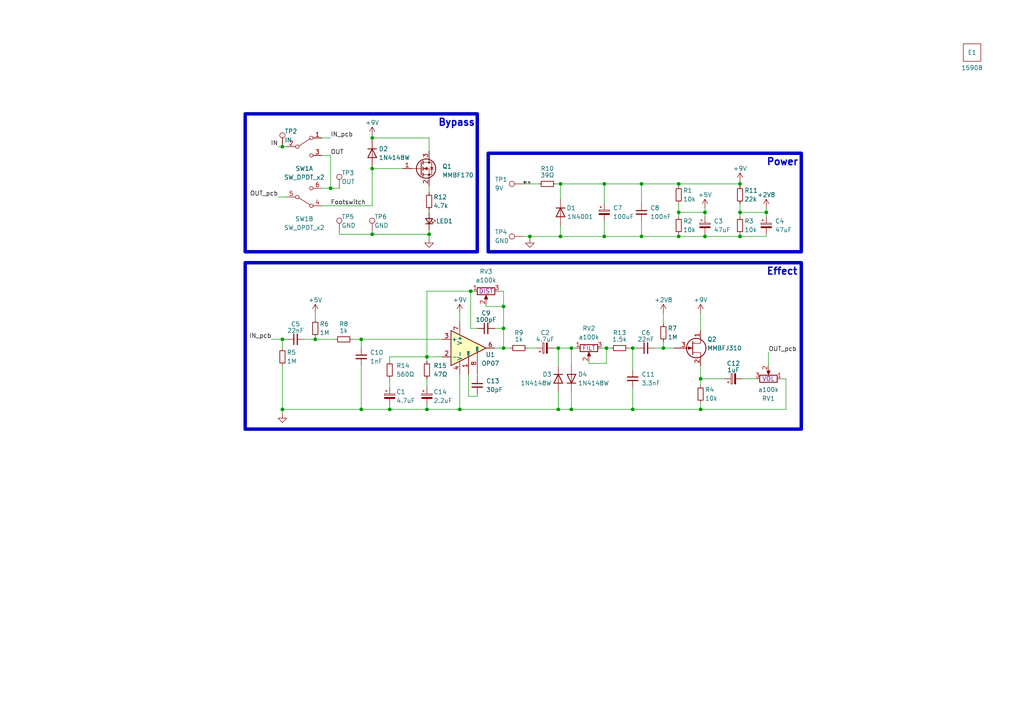
<source format=kicad_sch>
(kicad_sch (version 20230121) (generator eeschema)
  (paper "A4")
  (lib_symbols
    (symbol "Amplifier_Operational:OP07" (pin_names (offset 0.127))
      (property "Reference" "U" (at 1.27 6.35 0))
      (property "Value" "OP07" (at 1.27 3.81 0))
      (symbol "OP07_0_1"
        (polyline (pts (xy -5.08 5.08) (xy 5.08 0) (xy -5.08 -5.08) (xy -5.08 5.08)) (stroke (width 0.254)) (fill (type background)))
      )
      (symbol "OP07_1_1"
        (pin input line (at 0 -7.62 90) (length 5.08) (name "VOS") (number "1"))
        (pin input line (at -7.62 -2.54 0) (length 2.54) (name "-") (number "2"))
        (pin input line (at -7.62 2.54 0) (length 2.54) (name "+") (number "3"))
        (pin power_in line (at -2.54 -7.62 90) (length 3.81) (name "V-") (number "4"))
        (pin no_connect line (at 0 2.54 270) (length 2.54) hide (name "NC") (number "5"))
        (pin output line (at 7.62 0 180) (length 2.54) (name "~") (number "6"))
        (pin power_in line (at -2.54 7.62 270) (length 3.81) (name "V+") (number "7"))
        (pin input line (at 2.54 -7.62 90) (length 6.35) (name "VOS") (number "8"))
      )
    )
    (symbol "Connector:TestPoint" (pin_numbers hide) (pin_names (offset 0.762) hide)
      (property "Reference" "TP" (at 0 6.858 0))
      (property "Value" "TestPoint" (at 0 5.08 0))
      (symbol "TestPoint_0_1"
        (circle (center 0 3.302) (radius 0.762))
      )
      (symbol "TestPoint_1_1"
        (pin passive line (at 0 0 90) (length 2.54) (name "1") (number "1"))
      )
    )
    (symbol "Device:C_Polarized_Small" (pin_numbers hide) (pin_names (offset 0.254) hide)
      (property "Reference" "C" (at 0.254 1.778 0))
      (property "Value" "C_Polarized_Small" (at 0.254 -2.032 0))
      (symbol "C_Polarized_Small_0_1"
        (rectangle (start -1.524 -0.3048) (end 1.524 -0.6858) (fill (type outline)))
        (rectangle (start -1.524 0.6858) (end 1.524 0.3048))
        (polyline (pts (xy -1.27 1.524) (xy -0.762 1.524)))
        (polyline (pts (xy -1.016 1.27) (xy -1.016 1.778)))
      )
      (symbol "C_Polarized_Small_1_1"
        (pin passive line (at 0 2.54 270) (length 1.8542) (name "~") (number "1"))
        (pin passive line (at 0 -2.54 90) (length 1.8542) (name "~") (number "2"))
      )
    )
    (symbol "Device:C_Small" (pin_numbers hide) (pin_names (offset 0.254) hide)
      (property "Reference" "C" (at 0.254 1.778 0))
      (property "Value" "C_Small" (at 0.254 -2.032 0))
      (symbol "C_Small_0_1"
        (polyline (pts (xy -1.524 -0.508) (xy 1.524 -0.508)) (stroke (width 0.3302)))
        (polyline (pts (xy -1.524 0.508) (xy 1.524 0.508)) (stroke (width 0.3048)))
      )
      (symbol "C_Small_1_1"
        (pin passive line (at 0 2.54 270) (length 2.032) (name "~") (number "1"))
        (pin passive line (at 0 -2.54 90) (length 2.032) (name "~") (number "2"))
      )
    )
    (symbol "Device:LED_Small" (pin_numbers hide) (pin_names (offset 0.254) hide)
      (property "Reference" "D" (at -1.27 3.175 0))
      (property "Value" "LED_Small" (at -4.445 -2.54 0))
      (symbol "LED_Small_0_1"
        (polyline (pts (xy -0.762 -1.016) (xy -0.762 1.016)) (stroke (width 0.254)))
        (polyline (pts (xy 1.016 0) (xy -0.762 0)))
        (polyline (pts (xy 0.762 -1.016) (xy -0.762 0) (xy 0.762 1.016) (xy 0.762 -1.016)) (stroke (width 0.254)))
        (polyline (pts (xy 0 0.762) (xy -0.508 1.27) (xy -0.254 1.27) (xy -0.508 1.27) (xy -0.508 1.016)))
        (polyline (pts (xy 0.508 1.27) (xy 0 1.778) (xy 0.254 1.778) (xy 0 1.778) (xy 0 1.524)))
      )
      (symbol "LED_Small_1_1"
        (pin passive line (at -2.54 0 0) (length 1.778) (name "K") (number "1"))
        (pin passive line (at 2.54 0 180) (length 1.778) (name "A") (number "2"))
      )
    )
    (symbol "Device:Q_NJFET_DSG" (pin_names (offset 0) hide)
      (property "Reference" "Q" (at 5.08 1.27 0))
      (property "Value" "Q_NJFET_DSG" (at 5.08 -1.27 0))
      (symbol "Q_NJFET_DSG_0_1"
        (polyline (pts (xy 0.254 1.905) (xy 0.254 -1.905) (xy 0.254 -1.905)) (stroke (width 0.254)))
        (polyline (pts (xy 2.54 -2.54) (xy 2.54 -1.27) (xy 0.254 -1.27)))
        (polyline (pts (xy 2.54 2.54) (xy 2.54 1.397) (xy 0.254 1.397)))
        (polyline (pts (xy 0 0) (xy -1.016 0.381) (xy -1.016 -0.381) (xy 0 0)) (fill (type outline)))
        (circle (center 1.27 0) (radius 2.8194) (stroke (width 0.254)))
      )
      (symbol "Q_NJFET_DSG_1_1"
        (pin passive line (at 2.54 5.08 270) (length 2.54) (name "D") (number "1"))
        (pin passive line (at 2.54 -5.08 90) (length 2.54) (name "S") (number "2"))
        (pin input line (at -5.08 0 0) (length 5.334) (name "G") (number "3"))
      )
    )
    (symbol "Device:R_Potentiometer" (pin_names (offset 1.016) hide)
      (property "Reference" "RV" (at -4.445 0 90))
      (property "Value" "R_Potentiometer" (at -2.54 0 90))
      (symbol "R_Potentiometer_0_1"
        (polyline (pts (xy 2.54 0) (xy 1.524 0)))
        (polyline (pts (xy 1.143 0) (xy 2.286 0.508) (xy 2.286 -0.508) (xy 1.143 0)) (fill (type outline)))
        (rectangle (start 1.016 2.54) (end -1.016 -2.54) (stroke (width 0.254)))
      )
      (symbol "R_Potentiometer_1_1"
        (pin passive line (at 0 3.81 270) (length 1.27) (name "1") (number "1"))
        (pin passive line (at 3.81 0 180) (length 1.27) (name "2") (number "2"))
        (pin passive line (at 0 -3.81 90) (length 1.27) (name "3") (number "3"))
      )
    )
    (symbol "Device:R_Small" (pin_numbers hide) (pin_names (offset 0.254) hide)
      (property "Reference" "R" (at 0.762 0.508 0))
      (property "Value" "R_Small" (at 0.762 -1.016 0))
      (symbol "R_Small_0_1"
        (rectangle (start -0.762 1.778) (end 0.762 -1.778) (stroke (width 0.2032)))
      )
      (symbol "R_Small_1_1"
        (pin passive line (at 0 2.54 270) (length 0.762) (name "~") (number "1"))
        (pin passive line (at 0 -2.54 90) (length 0.762) (name "~") (number "2"))
      )
    )
    (symbol "Diode:1N4001" (pin_numbers hide) (pin_names hide)
      (property "Reference" "D" (at 0 2.54 0))
      (property "Value" "1N4001" (at 0 -2.54 0))
      (symbol "1N4001_0_1"
        (polyline (pts (xy -1.27 1.27) (xy -1.27 -1.27)) (stroke (width 0.254)))
        (polyline (pts (xy 1.27 0) (xy -1.27 0)))
        (polyline (pts (xy 1.27 1.27) (xy 1.27 -1.27) (xy -1.27 0) (xy 1.27 1.27)) (stroke (width 0.254)))
      )
      (symbol "1N4001_1_1"
        (pin passive line (at -3.81 0 0) (length 2.54) (name "K") (number "1"))
        (pin passive line (at 3.81 0 180) (length 2.54) (name "A") (number "2"))
      )
    )
    (symbol "Diode:1N4148W" (pin_numbers hide) (pin_names hide)
      (property "Reference" "D" (at 0 2.54 0))
      (property "Value" "1N4148W" (at 0 -2.54 0))
      (symbol "1N4148W_0_1"
        (polyline (pts (xy -1.27 1.27) (xy -1.27 -1.27)) (stroke (width 0.254)))
        (polyline (pts (xy 1.27 0) (xy -1.27 0)))
        (polyline (pts (xy 1.27 1.27) (xy 1.27 -1.27) (xy -1.27 0) (xy 1.27 1.27)) (stroke (width 0.254)))
      )
      (symbol "1N4148W_1_1"
        (pin passive line (at -3.81 0 0) (length 2.54) (name "K") (number "1"))
        (pin passive line (at 3.81 0 180) (length 2.54) (name "A") (number "2"))
      )
    )
    (symbol "Enclosure:1590B"
      (property "Reference" "E" (at 0 0 0))
      (symbol "1590B_0_1"
        (rectangle (start -2.54 2.54) (end 2.54 -2.54))
      )
    )
    (symbol "Switch:SW_DPDT_x2" (pin_names (offset 0) hide)
      (property "Reference" "SW" (at 0 4.318 0))
      (property "Value" "SW_DPDT_x2" (at 0 -5.08 0))
      (symbol "SW_DPDT_x2_0_0"
        (circle (center -2.032 0) (radius 0.508))
        (circle (center 2.032 -2.54) (radius 0.508))
      )
      (symbol "SW_DPDT_x2_0_1"
        (polyline (pts (xy -1.524 0.254) (xy 1.651 2.286)))
        (circle (center 2.032 2.54) (radius 0.508))
      )
      (symbol "SW_DPDT_x2_1_1"
        (pin passive line (at 5.08 2.54 180) (length 2.54) (name "A") (number "1"))
        (pin passive line (at -5.08 0 0) (length 2.54) (name "B") (number "2"))
        (pin passive line (at 5.08 -2.54 180) (length 2.54) (name "C") (number "3"))
      )
      (symbol "SW_DPDT_x2_2_1"
        (pin passive line (at 5.08 2.54 180) (length 2.54) (name "A") (number "4"))
        (pin passive line (at -5.08 0 0) (length 2.54) (name "B") (number "5"))
        (pin passive line (at 5.08 -2.54 180) (length 2.54) (name "C") (number "6"))
      )
    )
    (symbol "Transistor_FET:MMBF170" (pin_names hide)
      (property "Reference" "Q" (at 5.08 1.905 0))
      (property "Value" "MMBF170" (at 5.08 0 0))
      (symbol "MMBF170_0_1"
        (polyline (pts (xy 0.254 0) (xy -2.54 0)))
        (polyline (pts (xy 0.254 1.905) (xy 0.254 -1.905)) (stroke (width 0.254)))
        (polyline (pts (xy 0.762 -1.27) (xy 0.762 -2.286)) (stroke (width 0.254)))
        (polyline (pts (xy 0.762 0.508) (xy 0.762 -0.508)) (stroke (width 0.254)))
        (polyline (pts (xy 0.762 2.286) (xy 0.762 1.27)) (stroke (width 0.254)))
        (polyline (pts (xy 2.54 2.54) (xy 2.54 1.778)))
        (polyline (pts (xy 2.54 -2.54) (xy 2.54 0) (xy 0.762 0)))
        (polyline (pts (xy 0.762 -1.778) (xy 3.302 -1.778) (xy 3.302 1.778) (xy 0.762 1.778)))
        (polyline (pts (xy 1.016 0) (xy 2.032 0.381) (xy 2.032 -0.381) (xy 1.016 0)) (fill (type outline)))
        (polyline (pts (xy 2.794 0.508) (xy 2.921 0.381) (xy 3.683 0.381) (xy 3.81 0.254)))
        (polyline (pts (xy 3.302 0.381) (xy 2.921 -0.254) (xy 3.683 -0.254) (xy 3.302 0.381)))
        (circle (center 1.651 0) (radius 2.794) (stroke (width 0.254)))
        (circle (center 2.54 -1.778) (radius 0.254) (fill (type outline)))
        (circle (center 2.54 1.778) (radius 0.254) (fill (type outline)))
      )
      (symbol "MMBF170_1_1"
        (pin input line (at -5.08 0 0) (length 2.54) (name "G") (number "1"))
        (pin passive line (at 2.54 -5.08 90) (length 2.54) (name "S") (number "2"))
        (pin passive line (at 2.54 5.08 270) (length 2.54) (name "D") (number "3"))
      )
    )
    (symbol "power:+2V8" (power) (pin_names (offset 0))
      (property "Value" "+2V8" (at 0 3.556 0))
      (symbol "+2V8_0_1"
        (polyline (pts (xy -0.762 1.27) (xy 0 2.54)))
        (polyline (pts (xy 0 0) (xy 0 2.54)))
        (polyline (pts (xy 0 2.54) (xy 0.762 1.27)))
      )
      (symbol "+2V8_1_1"
        (pin power_in line (at 0 0 90) (length 0) hide (name "+2V8") (number "1"))
      )
    )
    (symbol "power:+5V" (power) (pin_names (offset 0))
      (property "Value" "+5V" (at 0 3.556 0))
      (symbol "+5V_0_1"
        (polyline (pts (xy -0.762 1.27) (xy 0 2.54)))
        (polyline (pts (xy 0 0) (xy 0 2.54)))
        (polyline (pts (xy 0 2.54) (xy 0.762 1.27)))
      )
      (symbol "+5V_1_1"
        (pin power_in line (at 0 0 90) (length 0) hide (name "+5V") (number "1"))
      )
    )
    (symbol "power:+9V" (power) (pin_names (offset 0))
      (property "Value" "+9V" (at 0 3.556 0))
      (symbol "+9V_0_1"
        (polyline (pts (xy -0.762 1.27) (xy 0 2.54)))
        (polyline (pts (xy 0 0) (xy 0 2.54)))
        (polyline (pts (xy 0 2.54) (xy 0.762 1.27)))
      )
      (symbol "+9V_1_1"
        (pin power_in line (at 0 0 90) (length 0) hide (name "+9V") (number "1"))
      )
    )
    (symbol "power:GND" (power) (pin_names (offset 0))
      (property "Value" "GND" (at 0 -3.81 0))
      (symbol "GND_0_1"
        (polyline (pts (xy 0 0) (xy 0 -1.27) (xy 1.27 -1.27) (xy 0 -2.54) (xy -1.27 -1.27) (xy 0 -1.27)))
      )
      (symbol "GND_1_1"
        (pin power_in line (at 0 0 270) (length 0) hide (name "GND") (number "1"))
      )
    )
  )
  (junction (at 196.85 53.34))
  (junction (at 161.925 100.965))
  (junction (at 81.915 98.425))
  (junction (at 162.56 53.34))
  (junction (at 123.825 103.505))
  (junction (at 153.67 68.58))
  (junction (at 186.055 68.58))
  (junction (at 107.95 40.005))
  (junction (at 204.47 61.595))
  (junction (at 107.95 67.945))
  (junction (at 113.03 118.745))
  (junction (at 81.915 42.545))
  (junction (at 133.35 118.745))
  (junction (at 203.2 118.745))
  (junction (at 204.47 68.58))
  (junction (at 214.63 53.34))
  (junction (at 175.895 100.965))
  (junction (at 222.25 61.595))
  (junction (at 146.05 95.25))
  (junction (at 162.56 68.58))
  (junction (at 196.85 68.58))
  (junction (at 146.05 88.9))
  (junction (at 203.2 109.855))
  (junction (at 186.055 53.34))
  (junction (at 81.915 118.745))
  (junction (at 161.925 118.745))
  (junction (at 214.63 68.58))
  (junction (at 91.44 98.425))
  (junction (at 123.825 118.745))
  (junction (at 183.515 100.965))
  (junction (at 95.885 54.61))
  (junction (at 165.735 118.745))
  (junction (at 196.85 61.595))
  (junction (at 192.405 100.965))
  (junction (at 104.775 118.745))
  (junction (at 136.525 84.455))
  (junction (at 183.515 118.745))
  (junction (at 146.05 100.965))
  (junction (at 175.26 68.58))
  (junction (at 104.775 98.425))
  (junction (at 165.735 100.965))
  (junction (at 175.26 53.34))
  (junction (at 214.63 61.595))
  (junction (at 124.46 67.945))
  (junction (at 107.95 48.895))
  (wire (pts (xy 196.85 67.945) (xy 196.85 68.58)))
  (wire (pts (xy 151.765 53.34) (xy 156.21 53.34)))
  (wire (pts (xy 196.85 61.595) (xy 204.47 61.595)))
  (wire (pts (xy 135.89 108.585) (xy 135.89 114.935)))
  (wire (pts (xy 146.05 84.455) (xy 144.78 84.455)))
  (wire (pts (xy 222.25 60.325) (xy 222.25 61.595)))
  (wire (pts (xy 124.46 67.945) (xy 124.46 69.215)))
  (wire (pts (xy 81.915 42.545) (xy 83.185 42.545)))
  (wire (pts (xy 135.89 114.935) (xy 138.43 114.935)))
  (wire (pts (xy 123.825 103.505) (xy 123.825 104.775)))
  (wire (pts (xy 186.055 53.34) (xy 196.85 53.34)))
  (wire (pts (xy 124.46 66.675) (xy 124.46 67.945)))
  (wire (pts (xy 203.2 106.045) (xy 203.2 109.855)))
  (wire (pts (xy 146.05 88.9) (xy 146.05 95.25)))
  (wire (pts (xy 107.95 40.005) (xy 124.46 40.005)))
  (wire (pts (xy 93.345 45.085) (xy 95.885 45.085)))
  (wire (pts (xy 140.97 88.9) (xy 140.97 88.265)))
  (wire (pts (xy 165.735 118.745) (xy 161.925 118.745)))
  (wire (pts (xy 222.25 68.58) (xy 222.25 67.945)))
  (wire (pts (xy 95.885 45.085) (xy 95.885 54.61)))
  (wire (pts (xy 107.95 48.895) (xy 107.95 48.26)))
  (wire (pts (xy 113.03 118.745) (xy 123.825 118.745)))
  (wire (pts (xy 153.035 100.965) (xy 155.575 100.965)))
  (wire (pts (xy 80.645 42.545) (xy 81.915 42.545)))
  (wire (pts (xy 214.63 59.055) (xy 214.63 61.595)))
  (wire (pts (xy 107.95 48.895) (xy 116.84 48.895)))
  (wire (pts (xy 80.645 57.15) (xy 83.185 57.15)))
  (wire (pts (xy 113.03 103.505) (xy 123.825 103.505)))
  (wire (pts (xy 227.965 118.745) (xy 203.2 118.745)))
  (wire (pts (xy 153.67 68.58) (xy 153.67 69.215)))
  (wire (pts (xy 146.05 100.965) (xy 147.955 100.965)))
  (wire (pts (xy 78.74 98.425) (xy 81.915 98.425)))
  (wire (pts (xy 186.055 68.58) (xy 196.85 68.58)))
  (wire (pts (xy 175.26 64.135) (xy 175.26 68.58)))
  (wire (pts (xy 123.825 109.855) (xy 123.825 112.395)))
  (wire (pts (xy 214.63 67.945) (xy 214.63 68.58)))
  (wire (pts (xy 214.63 52.705) (xy 214.63 53.34)))
  (wire (pts (xy 91.44 90.805) (xy 91.44 92.71)))
  (wire (pts (xy 88.265 98.425) (xy 91.44 98.425)))
  (wire (pts (xy 203.2 90.805) (xy 203.2 95.885)))
  (wire (pts (xy 98.425 67.945) (xy 107.95 67.945)))
  (wire (pts (xy 104.775 106.045) (xy 104.775 118.745)))
  (wire (pts (xy 165.735 100.965) (xy 167.005 100.965)))
  (wire (pts (xy 175.895 105.41) (xy 170.815 105.41)))
  (wire (pts (xy 93.345 40.005) (xy 95.885 40.005)))
  (wire (pts (xy 102.235 98.425) (xy 104.775 98.425)))
  (wire (pts (xy 175.26 68.58) (xy 186.055 68.58)))
  (wire (pts (xy 214.63 53.34) (xy 214.63 53.975)))
  (wire (pts (xy 214.63 68.58) (xy 222.25 68.58)))
  (wire (pts (xy 81.915 98.425) (xy 81.915 100.965)))
  (wire (pts (xy 196.85 62.865) (xy 196.85 61.595)))
  (wire (pts (xy 136.525 95.25) (xy 138.43 95.25)))
  (wire (pts (xy 98.425 67.31) (xy 98.425 67.945)))
  (wire (pts (xy 124.46 53.975) (xy 124.46 55.88)))
  (wire (pts (xy 196.85 53.34) (xy 196.85 53.975)))
  (wire (pts (xy 146.05 95.25) (xy 146.05 100.965)))
  (wire (pts (xy 160.655 100.965) (xy 161.925 100.965)))
  (wire (pts (xy 95.885 54.61) (xy 98.425 54.61)))
  (wire (pts (xy 91.44 97.79) (xy 91.44 98.425)))
  (wire (pts (xy 81.915 106.045) (xy 81.915 118.745)))
  (wire (pts (xy 183.515 100.965) (xy 183.515 107.315)))
  (wire (pts (xy 107.95 48.895) (xy 107.95 59.69)))
  (wire (pts (xy 140.97 88.9) (xy 146.05 88.9)))
  (wire (pts (xy 204.47 61.595) (xy 204.47 62.865)))
  (wire (pts (xy 183.515 112.395) (xy 183.515 118.745)))
  (wire (pts (xy 151.765 68.58) (xy 153.67 68.58)))
  (wire (pts (xy 153.67 68.58) (xy 162.56 68.58)))
  (wire (pts (xy 161.29 53.34) (xy 162.56 53.34)))
  (wire (pts (xy 124.46 61.595) (xy 124.46 60.96)))
  (wire (pts (xy 113.03 117.475) (xy 113.03 118.745)))
  (wire (pts (xy 146.05 84.455) (xy 146.05 88.9)))
  (wire (pts (xy 192.405 100.965) (xy 189.865 100.965)))
  (wire (pts (xy 133.35 90.805) (xy 133.35 93.345)))
  (wire (pts (xy 174.625 100.965) (xy 175.895 100.965)))
  (wire (pts (xy 222.25 61.595) (xy 222.25 62.865)))
  (wire (pts (xy 204.47 68.58) (xy 214.63 68.58)))
  (wire (pts (xy 227.965 109.855) (xy 227.965 118.745)))
  (wire (pts (xy 186.055 64.135) (xy 186.055 68.58)))
  (wire (pts (xy 162.56 53.34) (xy 175.26 53.34)))
  (wire (pts (xy 107.95 40.005) (xy 107.95 40.64)))
  (wire (pts (xy 161.925 100.965) (xy 165.735 100.965)))
  (wire (pts (xy 113.03 109.855) (xy 113.03 112.395)))
  (wire (pts (xy 161.925 118.745) (xy 133.35 118.745)))
  (wire (pts (xy 162.56 68.58) (xy 175.26 68.58)))
  (wire (pts (xy 183.515 100.965) (xy 184.785 100.965)))
  (wire (pts (xy 203.2 109.855) (xy 203.2 111.76)))
  (wire (pts (xy 104.775 98.425) (xy 128.27 98.425)))
  (wire (pts (xy 143.51 95.25) (xy 146.05 95.25)))
  (wire (pts (xy 161.925 113.665) (xy 161.925 118.745)))
  (wire (pts (xy 203.2 118.745) (xy 183.515 118.745)))
  (wire (pts (xy 215.265 109.855) (xy 219.075 109.855)))
  (wire (pts (xy 183.515 118.745) (xy 165.735 118.745)))
  (wire (pts (xy 175.26 53.34) (xy 175.26 59.055)))
  (wire (pts (xy 196.85 59.055) (xy 196.85 61.595)))
  (wire (pts (xy 133.35 108.585) (xy 133.35 118.745)))
  (wire (pts (xy 104.775 98.425) (xy 104.775 100.965)))
  (wire (pts (xy 214.63 62.865) (xy 214.63 61.595)))
  (wire (pts (xy 227.965 109.855) (xy 226.695 109.855)))
  (wire (pts (xy 136.525 84.455) (xy 136.525 95.25)))
  (wire (pts (xy 124.46 40.005) (xy 124.46 43.815)))
  (wire (pts (xy 162.56 53.34) (xy 162.56 57.785)))
  (wire (pts (xy 123.825 118.745) (xy 133.35 118.745)))
  (wire (pts (xy 81.915 118.745) (xy 81.915 120.015)))
  (wire (pts (xy 203.2 116.84) (xy 203.2 118.745)))
  (wire (pts (xy 186.055 53.34) (xy 186.055 59.055)))
  (wire (pts (xy 175.26 53.34) (xy 186.055 53.34)))
  (wire (pts (xy 192.405 99.06) (xy 192.405 100.965)))
  (wire (pts (xy 107.95 67.31) (xy 107.95 67.945)))
  (wire (pts (xy 136.525 84.455) (xy 137.16 84.455)))
  (wire (pts (xy 162.56 65.405) (xy 162.56 68.58)))
  (wire (pts (xy 182.245 100.965) (xy 183.515 100.965)))
  (wire (pts (xy 204.47 60.325) (xy 204.47 61.595)))
  (wire (pts (xy 95.885 54.61) (xy 93.345 54.61)))
  (wire (pts (xy 107.95 67.945) (xy 124.46 67.945)))
  (wire (pts (xy 203.2 109.855) (xy 210.185 109.855)))
  (wire (pts (xy 196.85 68.58) (xy 204.47 68.58)))
  (wire (pts (xy 138.43 114.935) (xy 138.43 114.3)))
  (wire (pts (xy 175.895 100.965) (xy 177.165 100.965)))
  (wire (pts (xy 81.915 98.425) (xy 83.185 98.425)))
  (wire (pts (xy 104.775 118.745) (xy 113.03 118.745)))
  (wire (pts (xy 175.895 100.965) (xy 175.895 105.41)))
  (wire (pts (xy 222.885 102.235) (xy 222.885 106.045)))
  (wire (pts (xy 192.405 100.965) (xy 195.58 100.965)))
  (wire (pts (xy 161.925 100.965) (xy 161.925 106.045)))
  (wire (pts (xy 192.405 90.805) (xy 192.405 93.98)))
  (wire (pts (xy 113.03 104.775) (xy 113.03 103.505)))
  (wire (pts (xy 81.915 118.745) (xy 104.775 118.745)))
  (wire (pts (xy 146.05 100.965) (xy 143.51 100.965)))
  (wire (pts (xy 196.85 53.34) (xy 214.63 53.34)))
  (wire (pts (xy 91.44 98.425) (xy 97.155 98.425)))
  (wire (pts (xy 165.735 113.665) (xy 165.735 118.745)))
  (wire (pts (xy 123.825 103.505) (xy 123.825 84.455)))
  (wire (pts (xy 165.735 100.965) (xy 165.735 106.045)))
  (wire (pts (xy 214.63 61.595) (xy 222.25 61.595)))
  (wire (pts (xy 123.825 117.475) (xy 123.825 118.745)))
  (wire (pts (xy 93.345 59.69) (xy 107.95 59.69)))
  (wire (pts (xy 123.825 84.455) (xy 136.525 84.455)))
  (wire (pts (xy 204.47 67.945) (xy 204.47 68.58)))
  (wire (pts (xy 138.43 108.585) (xy 138.43 109.22)))
  (wire (pts (xy 123.825 103.505) (xy 128.27 103.505)))
  (wire (pts (xy 107.95 39.37) (xy 107.95 40.005)))
  (wire (pts (xy 170.815 105.41) (xy 170.815 104.775)))
  (rectangle (start 71.12 33.02) (end 138.43 73.025) (stroke (width 1)))
  (rectangle (start 141.605 44.45) (end 232.41 73.025) (stroke (width 1)))
  (rectangle (start 71.12 76.2) (end 232.41 124.46) (stroke (width 1)))
  (text "Bypass" (at 127 36.83 0) (effects (font (size 2 2) bold) (justify left bottom)))
  (text "Effect" (at 222.25 80.01 0) (effects (font (size 2 2) (thickness 0.4) bold) (justify left bottom)))
  (text "Power" (at 222.25 48.26 0) (effects (font (size 2 2) bold) (justify left bottom)))
  (label "IN" (at 80.645 42.545 180))
  (label "OUT_pcb" (at 80.645 57.15 180))
  (label "9V in" (at 151.765 53.34 0) (effects (font (size 0.504 0.504))))
  (label "OUT" (at 95.885 45.085 0))
  (label "IN_pcb" (at 95.885 40.005 0))
  (label "IN_pcb" (at 78.74 98.425 180))
  (label "OUT_pcb" (at 222.885 102.235 0))
  (label "Footswitch" (at 95.885 59.69 0))
  (symbol (lib_id "Device:C_Polarized_Small") (at 113.03 114.935 0) (unit 1)
    (property "Reference" "C1" (at 114.935 113.665 0) (effects (justify left)))
    (property "Value" "4.7uF" (at 114.935 116.205 0) (effects (justify left)))
    (property "Footprint" "Capacitor_SMD:CP_Elec_4x5.4" (effects hide))
    (property "LCSC#" "C3001202" (effects hide))
    (property "supplier" "LCSC" (effects hide))
  )
  (symbol (lib_id "power:+5V") (at 91.44 90.805 0) (unit 1)
    (property "Reference" "#PWR0111" (effects hide))
    (property "Value" "+5V" (at 91.44 86.995 0))
  )
  (symbol (lib_id "Device:R_Small") (at 158.75 53.34 90) (mirror x) (unit 1)
    (property "Reference" "R10" (at 158.75 48.895 90))
    (property "Value" "39Ω" (at 158.75 50.8 90))
    (property "Footprint" "Resistor_SMD:R_1206_3216Metric_Pad1.30x1.75mm_HandSolder" (effects hide))
    (property "LCSC#" "C153384" (effects hide))
    (property "supplier" "LCSC" (effects hide))
  )
  (symbol (lib_id "Diode:1N4148W") (at 107.95 44.45 270) (unit 1)
    (property "Reference" "D2" (at 109.855 43.18 90) (effects (justify left)))
    (property "Value" "1N4148W" (at 109.855 45.72 90) (effects (justify left)))
    (property "Footprint" "Diode_SMD:D_SOD-123" (effects hide))
    (property "Datasheet" "https://www.vishay.com/docs/85748/1n4148w.pdf" (effects hide))
    (property "Sim.Device" "D" (effects hide))
    (property "Sim.Pins" "1=K 2=A" (effects hide))
    (property "LCSC#" "C5345962" (effects hide))
  )
  (symbol (lib_id "Diode:1N4001") (at 162.56 61.595 270) (unit 1)
    (property "Reference" "D1" (at 167.005 60.325 90) (effects (justify right)))
    (property "Value" "1N4001" (at 164.465 62.865 90) (effects (justify left)))
    (property "Footprint" "Diode_SMD:D_SOD-123F" (effects hide))
    (property "Datasheet" "http://www.vishay.com/docs/88503/1n4001.pdf" (effects hide))
    (property "Sim.Device" "D" (effects hide))
    (property "Sim.Pins" "1=K 2=A" (effects hide))
    (property "LCSC#" "C2892326" (effects hide))
    (property "supplier" "LCSC" (effects hide))
  )
  (symbol (lib_id "Device:R_Small") (at 81.915 103.505 0) (mirror y) (unit 1)
    (property "Reference" "R5" (at 83.185 102.235 0) (effects (justify right)))
    (property "Value" "1M" (at 83.185 104.775 0) (effects (justify right)))
    (property "Footprint" "Resistor_SMD:R_0805_2012Metric_Pad1.20x1.40mm_HandSolder" (effects hide))
    (property "LCSC#" "C103906" (effects hide))
  )
  (symbol (lib_id "Device:R_Small") (at 196.85 65.405 0) (mirror x) (unit 1)
    (property "Reference" "R2" (at 198.12 64.135 0) (effects (justify left)))
    (property "Value" "10k" (at 198.12 66.675 0) (effects (justify left)))
    (property "Footprint" "Resistor_SMD:R_0805_2012Metric_Pad1.20x1.40mm_HandSolder" (effects hide))
    (property "LCSC#" "C17414" (effects hide))
  )
  (symbol (lib_id "Device:C_Small") (at 186.055 61.595 0) (mirror y) (unit 1)
    (property "Reference" "C8" (at 188.595 60.325 0) (effects (justify right)))
    (property "Value" "100nF" (at 188.595 62.865 0) (effects (justify right)))
    (property "Footprint" "Capacitor_SMD:C_0805_2012Metric_Pad1.18x1.45mm_HandSolder" (effects hide))
    (property "LCSC#" "C282730" (effects hide))
    (property "supplier" "LCSC" (effects hide))
  )
  (symbol (lib_id "Device:R_Small") (at 99.695 98.425 90) (mirror x) (unit 1)
    (property "Reference" "R8" (at 99.695 93.98 90))
    (property "Value" "1k" (at 99.695 95.885 90))
    (property "Footprint" "Resistor_SMD:R_0805_2012Metric_Pad1.20x1.40mm_HandSolder" (effects hide))
    (property "LCSC#" "C2907232" (effects hide))
    (property "supplier" "LCSC" (effects hide))
  )
  (symbol (lib_id "Device:R_Small") (at 91.44 95.25 0) (unit 1)
    (property "Reference" "R6" (at 92.71 93.98 0) (effects (justify left)))
    (property "Value" "1M" (at 92.71 96.52 0) (effects (justify left)))
    (property "Footprint" "Resistor_SMD:R_0805_2012Metric_Pad1.20x1.40mm_HandSolder" (effects hide))
    (property "LCSC#" "C103906" (effects hide))
    (property "supplier" "LCSC" (effects hide))
  )
  (symbol (lib_id "Device:C_Small") (at 138.43 111.76 0) (unit 1)
    (property "Reference" "C13" (at 140.97 110.49 0) (effects (justify left)))
    (property "Value" "30pF" (at 140.97 113.03 0) (effects (justify left)))
    (property "Footprint" "Capacitor_SMD:C_0805_2012Metric_Pad1.18x1.45mm_HandSolder" (effects hide))
    (property "LCSC#" "C43094" (effects hide))
  )
  (symbol (lib_id "power:+2V8") (at 192.405 90.805 0) (unit 1)
    (property "Reference" "#PWR0106" (effects hide))
    (property "Value" "+2V8" (at 192.405 86.995 0))
  )
  (symbol (lib_id "Switch:SW_DPDT_x2") (at 88.265 57.15 0) (mirror x) (unit 2)
    (property "Reference" "SW1" (at 88.265 63.5 0))
    (property "Value" "SW_DPDT_x2" (at 88.265 66.04 0))
    (property "Footprint" "Button_Switch_THT:Ural dpdt" (effects hide))
  )
  (symbol (lib_id "Device:R_Small") (at 123.825 107.315 0) (unit 1)
    (property "Reference" "R15" (at 125.73 106.045 0) (effects (justify left)))
    (property "Value" "47Ω" (at 125.73 108.585 0) (effects (justify left)))
    (property "Footprint" "Resistor_SMD:R_0805_2012Metric_Pad1.20x1.40mm_HandSolder" (effects hide))
    (property "LCSC#" "C17714" (effects hide))
    (property "supplier" "LCSC" (effects hide))
  )
  (symbol (lib_id "Device:R_Small") (at 214.63 65.405 0) (mirror x) (unit 1)
    (property "Reference" "R3" (at 215.9 64.135 0) (effects (justify left)))
    (property "Value" "10k" (at 215.9 66.675 0) (effects (justify left)))
    (property "Footprint" "Resistor_SMD:R_0805_2012Metric_Pad1.20x1.40mm_HandSolder" (effects hide))
    (property "LCSC#" "C17414" (effects hide))
  )
  (symbol (lib_id "Device:C_Polarized_Small") (at 123.825 114.935 0) (unit 1)
    (property "Reference" "C14" (at 125.73 113.665 0) (effects (justify left)))
    (property "Value" "2.2uF" (at 125.73 116.205 0) (effects (justify left)))
    (property "Footprint" "Capacitor_SMD:CP_Elec_4x5.4" (effects hide))
    (property "LCSC#" "C335976" (effects hide))
    (property "supplier" "LCSC" (effects hide))
  )
  (symbol (lib_id "Device:C_Small") (at 85.725 98.425 90) (mirror x) (unit 1)
    (property "Reference" "C5" (at 85.725 93.98 90))
    (property "Value" "22nF" (at 85.725 95.885 90))
    (property "Footprint" "Capacitor_SMD:C_0805_2012Metric_Pad1.18x1.45mm_HandSolder" (effects hide))
    (property "LCSC#" "C107147" (effects hide))
    (property "supplier" "LCSC" (effects hide))
  )
  (symbol (lib_id "Diode:1N4148W") (at 165.735 109.855 270) (mirror x) (unit 1)
    (property "Reference" "D4" (at 167.64 108.585 90) (effects (justify left)))
    (property "Value" "1N4148W" (at 167.64 111.125 90) (effects (justify left)))
    (property "Footprint" "Diode_SMD:D_SOD-123" (effects hide))
    (property "Datasheet" "https://www.vishay.com/docs/85748/1n4148w.pdf" (effects hide))
    (property "Sim.Device" "D" (effects hide))
    (property "Sim.Pins" "1=K 2=A" (effects hide))
    (property "LCSC#" "C5345962" (effects hide))
  )
  (symbol (lib_id "Connector:TestPoint") (at 81.915 42.545 0) (mirror y) (unit 1)
    (property "Reference" "TP2" (at 82.55 38.1 0) (effects (justify right)))
    (property "Value" "IN" (at 82.55 40.64 0) (effects (justify right)))
    (property "Footprint" "TestPoint:TestPoint_THTPad_3.0x3.0mm_Drill1.5mm" (effects hide))
  )
  (symbol (lib_id "Device:R_Small") (at 192.405 96.52 0) (unit 1)
    (property "Reference" "R7" (at 193.675 95.25 0) (effects (justify left)))
    (property "Value" "1M" (at 193.675 97.79 0) (effects (justify left)))
    (property "Footprint" "Resistor_SMD:R_0805_2012Metric_Pad1.20x1.40mm_HandSolder" (effects hide))
    (property "LCSC#" "C103906" (effects hide))
    (property "supplier" "LCSC" (effects hide))
  )
  (symbol (lib_id "power:+9V") (at 203.2 90.805 0) (unit 1)
    (property "Reference" "#PWR0105" (effects hide))
    (property "Value" "+9V" (at 203.2 86.995 0))
  )
  (symbol (lib_id "Connector:TestPoint") (at 98.425 67.31 0) (mirror y) (unit 1)
    (property "Reference" "TP5" (at 99.06 62.865 0) (effects (justify right)))
    (property "Value" "GND" (at 99.06 65.405 0) (effects (justify right)))
    (property "Footprint" "TestPoint:TestPoint_THTPad_3.0x3.0mm_Drill1.5mm" (effects hide))
  )
  (symbol (lib_id "Device:C_Small") (at 140.97 95.25 90) (mirror x) (unit 1)
    (property "Reference" "C9" (at 140.97 90.805 90))
    (property "Value" "100pF" (at 140.97 92.71 90))
    (property "Footprint" "Capacitor_SMD:C_0805_2012Metric_Pad1.18x1.45mm_HandSolder" (effects hide))
    (property "LCSC#" "C525281" (effects hide))
  )
  (symbol (lib_id "Device:R_Small") (at 203.2 114.3 0) (mirror y) (unit 1)
    (property "Reference" "R4" (at 204.47 113.03 0) (effects (justify right)))
    (property "Value" "10k" (at 204.47 115.57 0) (effects (justify right)))
    (property "Footprint" "Resistor_SMD:R_0805_2012Metric_Pad1.20x1.40mm_HandSolder" (effects hide))
    (property "LCSC#" "C17414" (effects hide))
    (property "supplier" "LCSC" (effects hide))
  )
  (symbol (lib_id "power:GND") (at 124.46 69.215 0) (unit 1)
    (property "Reference" "#PWR0107" (effects hide))
    (property "Value" "GND" (effects hide))
  )
  (symbol (lib_id "Connector:TestPoint") (at 151.765 68.58 90) (mirror x) (unit 1)
    (property "Reference" "TP4" (at 143.51 67.31 90) (effects (justify right)))
    (property "Value" "GND" (at 143.51 69.85 90) (effects (justify right)))
    (property "Footprint" "TestPoint:TestPoint_THTPad_3.0x3.0mm_Drill1.5mm" (effects hide))
  )
  (symbol (lib_id "Device:R_Small") (at 150.495 100.965 90) (mirror x) (unit 1)
    (property "Reference" "R9" (at 150.495 96.52 90))
    (property "Value" "1k" (at 150.495 98.425 90))
    (property "Footprint" "Resistor_SMD:R_0805_2012Metric_Pad1.20x1.40mm_HandSolder" (effects hide))
    (property "LCSC#" "C2907232" (effects hide))
    (property "supplier" "LCSC" (effects hide))
  )
  (symbol (lib_id "Device:R_Potentiometer") (at 140.97 84.455 90) (mirror x) (unit 1)
    (property "Reference" "RV3" (at 140.97 78.74 90))
    (property "Value" "a100k" (at 140.97 81.28 90))
    (property "Footprint" "Potentiometer_THT:UT right angle long pin" (effects hide))
    (property "Kenttä4" "DIST" (at 140.97 84.455 90))
  )
  (symbol (lib_id "Device:LED_Small") (at 124.46 64.135 270) (mirror x) (unit 1) (in_bom no)
    (property "Reference" "LED1" (at 128.905 64.135 90))
    (property "Value" "LED_Small" (effects hide))
    (property "Footprint" "LED_THT:LED_D3.0mm" (effects hide))
  )
  (symbol (lib_id "Enclosure:1590B") (at 281.94 15.24 0) (unit 1)
    (property "Reference" "E1" (at 280.67 15.24 0) (effects (justify left)))
    (property "Value" "1590B" (at 281.94 19.685 0))
    (property "Footprint" "Enclosure:1590B predrilled" (effects hide))
  )
  (symbol (lib_id "Amplifier_Operational:OP07") (at 135.89 100.965 0) (unit 1)
    (property "Reference" "U1" (at 142.24 102.87 0))
    (property "Value" "OP07" (at 142.24 105.41 0))
    (property "Footprint" "Package_SO:SOIC-8_3.9x4.9mm_P1.27mm" (effects hide))
    (property "Datasheet" "https://www.analog.com/media/en/technical-documentation/data-sheets/OP07.pdf" (effects hide))
    (property "LCSC#" "C7433" (effects hide))
  )
  (symbol (lib_id "Device:R_Small") (at 196.85 56.515 0) (mirror x) (unit 1)
    (property "Reference" "R1" (at 198.12 55.245 0) (effects (justify left)))
    (property "Value" "10k" (at 198.12 57.785 0) (effects (justify left)))
    (property "Footprint" "Resistor_SMD:R_0805_2012Metric_Pad1.20x1.40mm_HandSolder" (effects hide))
    (property "LCSC#" "C17414" (effects hide))
  )
  (symbol (lib_id "power:GND") (at 153.67 69.215 0) (unit 1)
    (property "Reference" "#PWR0101" (effects hide))
    (property "Value" "GND" (effects hide))
  )
  (symbol (lib_id "Device:R_Potentiometer") (at 222.885 109.855 270) (mirror x) (unit 1)
    (property "Reference" "RV1" (at 222.885 115.57 90))
    (property "Value" "a100k" (at 222.885 113.03 90))
    (property "Footprint" "Potentiometer_THT:UT right angle long pin" (effects hide))
    (property "Kenttä4" "VOL" (at 222.885 109.855 90))
  )
  (symbol (lib_id "power:+9V") (at 107.95 39.37 0) (unit 1)
    (property "Reference" "#PWR0108" (effects hide))
    (property "Value" "+9V" (at 107.95 35.56 0))
  )
  (symbol (lib_id "Device:C_Polarized_Small") (at 222.25 65.405 0) (unit 1)
    (property "Reference" "C4" (at 224.79 64.135 0) (effects (justify left)))
    (property "Value" "47uF" (at 224.79 66.675 0) (effects (justify left)))
    (property "Footprint" "Capacitor_SMD:CP_Elec_5x5.4" (effects hide))
    (property "LCSC#" "C22383792" (effects hide))
    (property "supplier" "LCSC" (effects hide))
  )
  (symbol (lib_id "Device:C_Polarized_Small") (at 158.115 100.965 90) (unit 1)
    (property "Reference" "C2" (at 158.115 96.52 90))
    (property "Value" "4.7uF" (at 158.115 98.425 90))
    (property "Footprint" "Capacitor_SMD:CP_Elec_4x5.4" (effects hide))
    (property "LCSC#" "C3001202" (effects hide))
    (property "supplier" "LCSC" (effects hide))
  )
  (symbol (lib_id "Device:R_Small") (at 124.46 58.42 0) (unit 1)
    (property "Reference" "R12" (at 125.73 57.15 0) (effects (justify left)))
    (property "Value" "4.7k" (at 125.73 59.69 0) (effects (justify left)))
    (property "Footprint" "Resistor_SMD:R_0805_2012Metric_Pad1.20x1.40mm_HandSolder" (effects hide))
    (property "LCSC#" "C2907264" (effects hide))
  )
  (symbol (lib_id "Connector:TestPoint") (at 151.765 53.34 90) (mirror x) (unit 1)
    (property "Reference" "TP1" (at 143.51 52.07 90) (effects (justify right)))
    (property "Value" "9V" (at 143.51 54.61 90) (effects (justify right)))
    (property "Footprint" "TestPoint:TestPoint_THTPad_3.0x3.0mm_Drill1.5mm" (effects hide))
  )
  (symbol (lib_id "Device:C_Polarized_Small") (at 175.26 61.595 0) (unit 1)
    (property "Reference" "C7" (at 177.8 60.325 0) (effects (justify left)))
    (property "Value" "100uF" (at 177.8 62.865 0) (effects (justify left)))
    (property "Footprint" "Capacitor_SMD:CP_Elec_6.3x4.5" (effects hide))
    (property "LCSC#" "C5374787" (effects hide))
    (property "supplier" "LCSC" (effects hide))
  )
  (symbol (lib_id "Device:C_Polarized_Small") (at 212.725 109.855 90) (unit 1)
    (property "Reference" "C12" (at 212.725 105.41 90))
    (property "Value" "1uF" (at 212.725 107.315 90))
    (property "Footprint" "Capacitor_SMD:CP_Elec_4x5.4" (effects hide))
    (property "LCSC#" "C90265" (effects hide))
    (property "supplier" "LCSC" (effects hide))
  )
  (symbol (lib_id "power:+5V") (at 204.47 60.325 0) (unit 1)
    (property "Reference" "#PWR0103" (effects hide))
    (property "Value" "+5V" (at 204.47 56.515 0))
  )
  (symbol (lib_id "Device:C_Small") (at 187.325 100.965 90) (mirror x) (unit 1)
    (property "Reference" "C6" (at 187.325 96.52 90))
    (property "Value" "22nF" (at 187.325 98.425 90))
    (property "Footprint" "Capacitor_SMD:C_0805_2012Metric_Pad1.18x1.45mm_HandSolder" (effects hide))
    (property "LCSC#" "C107147" (effects hide))
    (property "supplier" "LCSC" (effects hide))
  )
  (symbol (lib_id "Device:C_Polarized_Small") (at 204.47 65.405 0) (unit 1)
    (property "Reference" "C3" (at 207.01 64.135 0) (effects (justify left)))
    (property "Value" "47uF" (at 207.01 66.675 0) (effects (justify left)))
    (property "Footprint" "Capacitor_SMD:CP_Elec_5x5.4" (effects hide))
    (property "LCSC#" "C22383792" (effects hide))
    (property "supplier" "LCSC" (effects hide))
  )
  (symbol (lib_id "Device:C_Small") (at 104.775 103.505 0) (unit 1)
    (property "Reference" "C10" (at 107.315 102.235 0) (effects (justify left)))
    (property "Value" "1nF" (at 107.315 104.775 0) (effects (justify left)))
    (property "Footprint" "Capacitor_SMD:C_0805_2012Metric_Pad1.18x1.45mm_HandSolder" (effects hide))
    (property "LCSC#" "C94121" (effects hide))
  )
  (symbol (lib_id "Device:R_Small") (at 179.705 100.965 90) (mirror x) (unit 1)
    (property "Reference" "R13" (at 179.705 96.52 90))
    (property "Value" "1.5k" (at 179.705 98.425 90))
    (property "Footprint" "Resistor_SMD:R_0805_2012Metric_Pad1.20x1.40mm_HandSolder" (effects hide))
    (property "LCSC#" "C4310" (effects hide))
    (property "supplier" "LCSC" (effects hide))
  )
  (symbol (lib_id "Device:C_Small") (at 183.515 109.855 0) (unit 1)
    (property "Reference" "C11" (at 186.055 108.585 0) (effects (justify left)))
    (property "Value" "3.3nF" (at 186.055 111.125 0) (effects (justify left)))
    (property "Footprint" "Capacitor_SMD:C_0805_2012Metric_Pad1.18x1.45mm_HandSolder" (effects hide))
    (property "LCSC#" "C1322372" (effects hide))
  )
  (symbol (lib_id "Device:R_Potentiometer") (at 170.815 100.965 90) (mirror x) (unit 1)
    (property "Reference" "RV2" (at 170.815 95.25 90))
    (property "Value" "a100k" (at 170.815 97.79 90))
    (property "Footprint" "Potentiometer_THT:UT right angle long pin" (effects hide))
    (property "Kenttä4" "FILT" (at 170.815 100.965 90))
  )
  (symbol (lib_id "Switch:SW_DPDT_x2") (at 88.265 42.545 0) (unit 1)
    (property "Reference" "SW1" (at 88.265 48.895 0))
    (property "Value" "SW_DPDT_x2" (at 88.265 51.435 0))
    (property "Footprint" "Button_Switch_THT:Ural dpdt" (effects hide))
  )
  (symbol (lib_id "Device:R_Small") (at 113.03 107.315 0) (unit 1)
    (property "Reference" "R14" (at 114.935 106.045 0) (effects (justify left)))
    (property "Value" "560Ω" (at 114.935 108.585 0) (effects (justify left)))
    (property "Footprint" "Resistor_SMD:R_0805_2012Metric_Pad1.20x1.40mm_HandSolder" (effects hide))
    (property "LCSC#" "C28636" (effects hide))
    (property "supplier" "LCSC" (effects hide))
  )
  (symbol (lib_id "power:+2V8") (at 222.25 60.325 0) (unit 1)
    (property "Reference" "#PWR0102" (effects hide))
    (property "Value" "+2V8" (at 222.25 56.515 0))
  )
  (symbol (lib_id "Connector:TestPoint") (at 98.425 54.61 0) (mirror y) (unit 1)
    (property "Reference" "TP3" (at 99.06 50.165 0) (effects (justify right)))
    (property "Value" "OUT" (at 99.06 52.705 0) (effects (justify right)))
    (property "Footprint" "TestPoint:TestPoint_THTPad_3.0x3.0mm_Drill1.5mm" (effects hide))
  )
  (symbol (lib_id "power:+9V") (at 133.35 90.805 0) (unit 1)
    (property "Reference" "#PWR0109" (effects hide))
    (property "Value" "+9V" (at 133.35 86.995 0))
  )
  (symbol (lib_id "Connector:TestPoint") (at 107.95 67.31 0) (mirror y) (unit 1)
    (property "Reference" "TP6" (at 108.585 62.865 0) (effects (justify right)))
    (property "Value" "GND" (at 108.585 65.405 0) (effects (justify right)))
    (property "Footprint" "TestPoint:TestPoint_THTPad_3.0x3.0mm_Drill1.5mm" (effects hide))
  )
  (symbol (lib_id "Device:R_Small") (at 214.63 56.515 0) (mirror x) (unit 1)
    (property "Reference" "R11" (at 215.9 55.245 0) (effects (justify left)))
    (property "Value" "22k" (at 215.9 57.785 0) (effects (justify left)))
    (property "Footprint" "Resistor_SMD:R_0805_2012Metric_Pad1.20x1.40mm_HandSolder" (effects hide))
    (property "LCSC#" "C2907243" (effects hide))
  )
  (symbol (lib_id "Transistor_FET:MMBF170") (at 121.92 48.895 0) (unit 1)
    (property "Reference" "Q1" (at 128.27 48.26 0) (effects (justify left)))
    (property "Value" "MMBF170" (at 128.27 50.8 0) (effects (justify left)))
    (property "Footprint" "Package_TO_SOT_SMD:SOT-23" (effects hide))
    (property "Datasheet" "https://www.diodes.com/assets/Datasheets/ds30104.pdf" (effects hide))
    (property "LCSC#" "C5330373" (effects hide))
  )
  (symbol (lib_id "Diode:1N4148W") (at 161.925 109.855 90) (mirror x) (unit 1)
    (property "Reference" "D3" (at 160.02 108.585 90) (effects (justify left)))
    (property "Value" "1N4148W" (at 160.02 111.125 90) (effects (justify left)))
    (property "Footprint" "Diode_SMD:D_SOD-123" (effects hide))
    (property "Datasheet" "https://www.vishay.com/docs/85748/1n4148w.pdf" (effects hide))
    (property "Sim.Device" "D" (effects hide))
    (property "Sim.Pins" "1=K 2=A" (effects hide))
    (property "LCSC#" "C5345962" (effects hide))
  )
  (symbol (lib_id "power:+9V") (at 214.63 52.705 0) (unit 1)
    (property "Reference" "#PWR0104" (effects hide))
    (property "Value" "+9V" (at 214.63 48.895 0))
  )
  (symbol (lib_id "Device:Q_NJFET_DSG") (at 200.66 100.965 0) (unit 1)
    (property "Reference" "Q2" (at 205.105 98.425 0) (effects (justify left)))
    (property "Value" "MMBFJ310" (at 205.105 100.965 0) (effects (justify left)))
    (property "Footprint" "Package_TO_SOT_SMD:SOT-23" (effects hide))
    (property "LCSC#" "C33416" (effects hide))
  )
  (symbol (lib_id "power:GND") (at 81.915 120.015 0) (unit 1)
    (property "Reference" "#PWR0110" (effects hide))
    (property "Value" "GND" (effects hide))
  )
)
</source>
